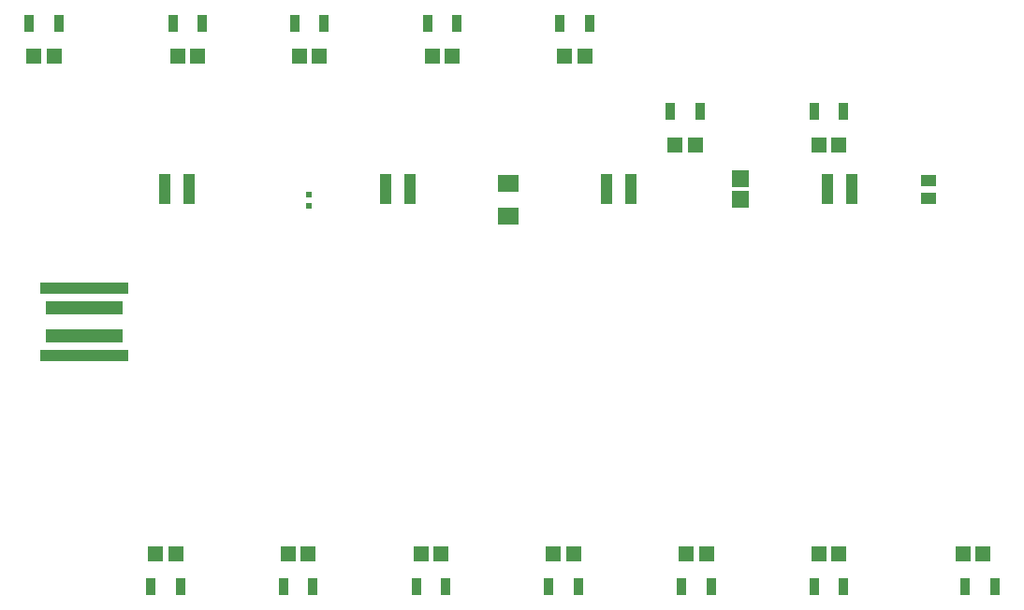
<source format=gbp>
G04*
G04 #@! TF.GenerationSoftware,Altium Limited,Altium Designer,21.1.1 (26)*
G04*
G04 Layer_Color=128*
%FSLAX25Y25*%
%MOIN*%
G70*
G04*
G04 #@! TF.SameCoordinates,037F275B-A6FD-482A-AA4E-5CA96C5587D5*
G04*
G04*
G04 #@! TF.FilePolarity,Positive*
G04*
G01*
G75*
%ADD30R,0.03543X0.06102*%
%ADD31R,0.05500X0.05800*%
%ADD32R,0.05315X0.03937*%
%ADD33R,0.07316X0.05928*%
%ADD34R,0.01968X0.01968*%
%ADD35R,0.02047X0.02205*%
%ADD36R,0.06127X0.05924*%
%ADD37R,0.03937X0.10630*%
%ADD38R,0.31500X0.04300*%
%ADD39R,0.27600X0.04900*%
D30*
X164075Y366142D02*
D03*
X174508D02*
D03*
X443602Y334646D02*
D03*
X454035D02*
D03*
X497441Y165354D02*
D03*
X507874D02*
D03*
X217815Y165354D02*
D03*
X207382D02*
D03*
X225689Y366142D02*
D03*
X215256D02*
D03*
X268996D02*
D03*
X258563D02*
D03*
X316240D02*
D03*
X305807D02*
D03*
X363484D02*
D03*
X353051D02*
D03*
X402854Y334646D02*
D03*
X392421D02*
D03*
X443602Y165354D02*
D03*
X454035D02*
D03*
X396358D02*
D03*
X406791D02*
D03*
X349114D02*
D03*
X359547D02*
D03*
X301870D02*
D03*
X312303D02*
D03*
X254626D02*
D03*
X265059D02*
D03*
D31*
X172838Y354331D02*
D03*
X165745D02*
D03*
X496454Y177165D02*
D03*
X503546D02*
D03*
X216145D02*
D03*
X209052D02*
D03*
X216926Y354331D02*
D03*
X224019D02*
D03*
X260233D02*
D03*
X267326D02*
D03*
X307477D02*
D03*
X314570D02*
D03*
X354721D02*
D03*
X361814D02*
D03*
X394091Y322835D02*
D03*
X401184D02*
D03*
X445272D02*
D03*
X452365D02*
D03*
X445272Y177165D02*
D03*
X452365D02*
D03*
X398028D02*
D03*
X405121D02*
D03*
X350784D02*
D03*
X357877D02*
D03*
X303540D02*
D03*
X310633D02*
D03*
X256296D02*
D03*
X263389D02*
D03*
D32*
X484252Y303937D02*
D03*
Y310236D02*
D03*
D33*
X334646Y297338D02*
D03*
Y308962D02*
D03*
D34*
X263779Y301181D02*
D03*
D35*
Y305118D02*
D03*
D36*
X417323Y303540D02*
D03*
Y310633D02*
D03*
D37*
X457087Y307087D02*
D03*
X448425D02*
D03*
X378346D02*
D03*
X369685D02*
D03*
X299606D02*
D03*
X290945D02*
D03*
X220866D02*
D03*
X212205D02*
D03*
D38*
X183503Y247815D02*
D03*
Y271870D02*
D03*
D39*
Y264764D02*
D03*
Y254921D02*
D03*
M02*

</source>
